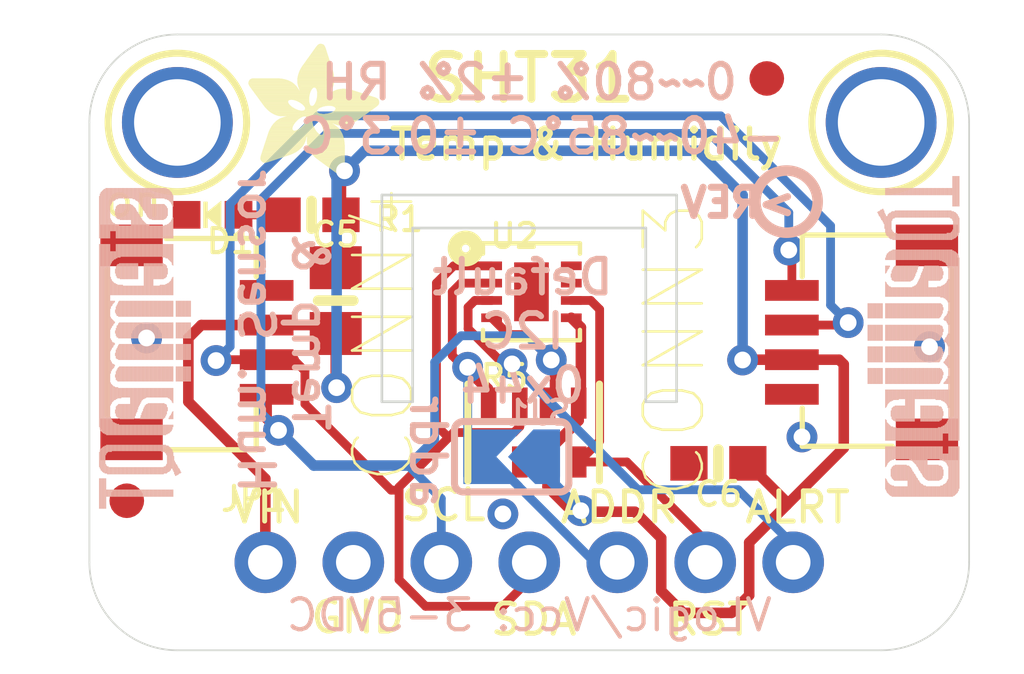
<source format=kicad_pcb>
(kicad_pcb (version 20211014) (generator pcbnew)
  (layers (0 "F.Cu" signal) (31 "B.Cu" signal) (34 "B.Paste" user) (35 "F.Paste" user) (36 "B.SilkS" user "B.Silkscreen") (37 "F.SilkS" user "F.Silkscreen") (38 "B.Mask" user) (39 "F.Mask" user) (44 "Edge.Cuts" user))
  (net 0 "")
  (net 1 "SDA")
  (net 2 "SCL")
  (net 3 "GND")
  (net 4 "VCC")
  (net 5 "N$1")
  (net 6 "~{RESET}")
  (net 7 "ALERT")
  (net 8 "ADDR")
  (footprint "boardEagle:FIDUCIAL_1MM" (layer "F.Cu") (at 155.3591 97.3836)
    (fp_text reference "FID4" hide)
    (fp_text value "FIDUCIAL_1MM" hide)
    (pad "1" smd roundrect (at 0 0) (size 1 1) (layers "F.Cu" "F.Mask") (roundrect_rratio 0.5))
  )
  (footprint "boardEagle:0603-NO" (layer "F.Cu") (at 142.2146 101.3206)
    (fp_text reference "R1" (at 1.778 0.127) (layer "F.SilkS") (effects (font (size 0.692831 0.692831) (thickness 0.119969)) (justify left)))
    (fp_text value "10K")
    (pad "1" smd rect (at -0.85 0) (size 1.075 1) (layers "F.Cu" "F.Paste" "F.Mask") (net 5 "N$1"))
    (pad "2" smd rect (at 0.85 0) (size 1.075 1) (layers "F.Cu" "F.Paste" "F.Mask") (net 4 "VCC"))
  )
  (footprint "boardEagle:ADAFRUIT_3.5MM" (layer "F.Cu") (at 140.3731 100.1776)
    (fp_text reference "U$28" hide)
    (fp_text value "" hide)
  )
  (footprint "" (layer "F.Cu") (at 158.6611 111.3536)
    (fp_text reference "@HOLE1" hide)
    (fp_text value "" (at 0 0) (layer "F.SilkS") (effects (font (size 1.27 1.27))))
    (pad "" np_thru_hole circle (at 0 0) (size 2.54 2.54) (drill 2.54) (layers *.Cu *.Mask))
  )
  (footprint "boardEagle:MOUNTINGHOLE_2.5_PLATED" (layer "F.Cu") (at 138.3411 98.6536)
    (fp_text reference "U$19" hide)
    (fp_text value "MOUNTINGHOLE2.5" hide)
    (pad "P$1" thru_hole circle (at 0 0) (size 3.2 3.2) (drill 2.5) (layers *.Cu *.Mask))
  )
  (footprint "boardEagle:JST_SH4" (layer "F.Cu") (at 158.5976 105.0036 90)
    (fp_text reference "CONN3" (at -4.6 -5.9 90) (layer "F.SilkS") (effects (font (size 1.703222 1.703222) (thickness 0.074778)) (justify left)))
    (fp_text value "STEMMA_I2C_QT" hide)
    (pad "1" smd rect (at -1.5 -2.514 180) (size 1.55 0.6) (layers "F.Cu" "F.Paste" "F.Mask") (net 3 "GND"))
    (pad "2" smd rect (at -0.5 -2.514 180) (size 1.55 0.6) (layers "F.Cu" "F.Paste" "F.Mask") (net 4 "VCC"))
    (pad "3" smd rect (at 0.5 -2.514 180) (size 1.55 0.6) (layers "F.Cu" "F.Paste" "F.Mask") (net 1 "SDA"))
    (pad "4" smd rect (at 1.5 -2.514 180) (size 1.55 0.6) (layers "F.Cu" "F.Paste" "F.Mask") (net 2 "SCL"))
    (pad "MT1" smd rect (at -2.8 1.386 180) (size 1.8 1.2) (layers "F.Cu" "F.Paste" "F.Mask") (net 3 "GND"))
    (pad "MT2" smd rect (at 2.8 1.386 180) (size 1.8 1.2) (layers "F.Cu" "F.Paste" "F.Mask") (net 3 "GND"))
  )
  (footprint "boardEagle:RESPACK_4X0603" (layer "F.Cu") (at 148.6281 107.6071)
    (fp_text reference "R5" (at -1.6 -1.6) (layer "F.SilkS") (effects (font (size 0.692831 0.692831) (thickness 0.119969)) (justify left)))
    (fp_text value "10K")
    (pad "1" smd rect (at -1.3 0.85) (size 0.45 0.9) (layers "F.Cu" "F.Paste" "F.Mask") (net 3 "GND"))
    (pad "2" smd rect (at -0.4 0.85) (size 0.45 0.9) (layers "F.Cu" "F.Paste" "F.Mask") (net 4 "VCC"))
    (pad "3" smd rect (at 0.4 0.85) (size 0.45 0.9) (layers "F.Cu" "F.Paste" "F.Mask") (net 4 "VCC"))
    (pad "4" smd rect (at 1.3 0.85) (size 0.45 0.9) (layers "F.Cu" "F.Paste" "F.Mask") (net 6 "~{RESET}"))
    (pad "5" smd rect (at 1.3 -0.85) (size 0.45 0.9) (layers "F.Cu" "F.Paste" "F.Mask") (net 4 "VCC"))
    (pad "6" smd rect (at 0.4 -0.85) (size 0.45 0.9) (layers "F.Cu" "F.Paste" "F.Mask") (net 2 "SCL"))
    (pad "7" smd rect (at -0.4 -0.85) (size 0.45 0.9) (layers "F.Cu" "F.Paste" "F.Mask") (net 1 "SDA"))
    (pad "8" smd rect (at -1.3 -0.85) (size 0.45 0.9) (layers "F.Cu" "F.Paste" "F.Mask") (net 8 "ADDR"))
  )
  (footprint "boardEagle:SHT3X" (layer "F.Cu") (at 148.5646 103.5431)
    (fp_text reference "U2" (at -1.265 -1.61) (layer "F.SilkS") (effects (font (size 0.692831 0.692831) (thickness 0.119969)) (justify left)))
    (fp_text value "")
    (pad "1" smd rect (at -1.15 -0.75 90) (size 0.25 0.6) (layers "F.Cu" "F.Paste" "F.Mask") (net 1 "SDA"))
    (pad "2" smd rect (at -1.15 -0.25 90) (size 0.25 0.6) (layers "F.Cu" "F.Paste" "F.Mask") (net 8 "ADDR"))
    (pad "3" smd rect (at -1.15 0.25 90) (size 0.25 0.6) (layers "F.Cu" "F.Paste" "F.Mask") (net 7 "ALERT"))
    (pad "4" smd rect (at -1.15 0.75 90) (size 0.25 0.6) (layers "F.Cu" "F.Paste" "F.Mask") (net 2 "SCL"))
    (pad "5" smd rect (at 1.15 0.75 270) (size 0.25 0.6) (layers "F.Cu" "F.Paste" "F.Mask") (net 4 "VCC"))
    (pad "6" smd rect (at 1.15 0.25 270) (size 0.25 0.6) (layers "F.Cu" "F.Paste" "F.Mask") (net 6 "~{RESET}"))
    (pad "7" smd rect (at 1.15 -0.25 270) (size 0.25 0.6) (layers "F.Cu" "F.Paste" "F.Mask") (net 3 "GND"))
    (pad "8" smd rect (at 1.15 -0.75 270) (size 0.25 0.6) (layers "F.Cu" "F.Paste" "F.Mask") (net 3 "GND"))
    (pad "THERMAL" smd rect (at 0 0) (size 1 1.7) (layers "F.Cu" "F.Paste" "F.Mask") (net 3 "GND"))
  )
  (footprint "" (layer "F.Cu") (at 138.3411 111.3536)
    (fp_text reference "@HOLE0" hide)
    (fp_text value "" (at 0 0) (layer "F.SilkS") (effects (font (size 1.27 1.27))))
    (pad "" np_thru_hole circle (at 0 0) (size 2.54 2.54) (drill 2.54) (layers *.Cu *.Mask))
  )
  (footprint "boardEagle:FIDUCIAL_1MM" (layer "F.Cu") (at 136.8806 109.5756)
    (fp_text reference "FID3" hide)
    (fp_text value "FIDUCIAL_1MM" hide)
    (pad "1" smd roundrect (at 0 0) (size 1 1) (layers "F.Cu" "F.Mask") (roundrect_rratio 0.5))
  )
  (footprint "boardEagle:0805-NO" (layer "F.Cu") (at 142.9131 103.7971 90)
    (fp_text reference "C5" (at 1.905 -0.762) (layer "F.SilkS") (effects (font (size 0.692831 0.692831) (thickness 0.119969)) (justify left)))
    (fp_text value "10uF")
    (pad "1" smd rect (at -0.95 0 90) (size 1.24 1.5) (layers "F.Cu" "F.Paste" "F.Mask") (net 4 "VCC"))
    (pad "2" smd rect (at 0.95 0 90) (size 1.24 1.5) (layers "F.Cu" "F.Paste" "F.Mask") (net 3 "GND"))
  )
  (footprint "boardEagle:0603-NO" (layer "F.Cu") (at 153.9621 108.4961 180)
    (fp_text reference "C6" (at -0.762 -0.889) (layer "F.SilkS") (effects (font (size 0.692831 0.692831) (thickness 0.119969)) (justify right)))
    (fp_text value "0.1uF")
    (pad "1" smd rect (at -0.85 0 180) (size 1.075 1) (layers "F.Cu" "F.Paste" "F.Mask") (net 4 "VCC"))
    (pad "2" smd rect (at 0.85 0 180) (size 1.075 1) (layers "F.Cu" "F.Paste" "F.Mask") (net 3 "GND"))
  )
  (footprint "boardEagle:JST_SH4" (layer "F.Cu") (at 138.4046 105.0036 -90)
    (fp_text reference "CONN4" (at -4.6 -5.9 90) (layer "F.SilkS") (effects (font (size 1.703222 1.703222) (thickness 0.074778)) (justify right)))
    (fp_text value "STEMMA_I2C_QT" hide)
    (pad "1" smd rect (at -1.5 -2.514) (size 1.55 0.6) (layers "F.Cu" "F.Paste" "F.Mask") (net 3 "GND"))
    (pad "2" smd rect (at -0.5 -2.514) (size 1.55 0.6) (layers "F.Cu" "F.Paste" "F.Mask") (net 4 "VCC"))
    (pad "3" smd rect (at 0.5 -2.514) (size 1.55 0.6) (layers "F.Cu" "F.Paste" "F.Mask") (net 1 "SDA"))
    (pad "4" smd rect (at 1.5 -2.514) (size 1.55 0.6) (layers "F.Cu" "F.Paste" "F.Mask") (net 2 "SCL"))
    (pad "MT1" smd rect (at -2.8 1.386) (size 1.8 1.2) (layers "F.Cu" "F.Paste" "F.Mask") (net 3 "GND"))
    (pad "MT2" smd rect (at 2.8 1.386) (size 1.8 1.2) (layers "F.Cu" "F.Paste" "F.Mask") (net 3 "GND"))
  )
  (footprint "boardEagle:CHIPLED_0603_NOOUTLINE" (layer "F.Cu") (at 139.3571 101.3206 90)
    (fp_text reference "D1" (at -0.762 1.27) (layer "F.SilkS") (effects (font (size 0.692831 0.692831) (thickness 0.119969)) (justify right)))
    (fp_text value "GREEN")
    (pad "A" smd rect (at 0 0.75 90) (size 0.8 0.8) (layers "F.Cu" "F.Paste" "F.Mask") (net 5 "N$1"))
    (pad "C" smd rect (at 0 -0.75 90) (size 0.8 0.8) (layers "F.Cu" "F.Paste" "F.Mask") (net 3 "GND"))
  )
  (footprint "boardEagle:MOUNTINGHOLE_2.5_PLATED" (layer "F.Cu") (at 158.6611 98.6536)
    (fp_text reference "U$20" hide)
    (fp_text value "MOUNTINGHOLE2.5" hide)
    (pad "P$1" thru_hole circle (at 0 0) (size 3.2 3.2) (drill 2.5) (layers *.Cu *.Mask))
  )
  (footprint "boardEagle:1X07_ROUND_70" (layer "F.Cu") (at 148.5011 111.3536)
    (fp_text reference "JP1" (at -8.9662 -1.8288) (layer "F.SilkS") (effects (font (size 0.692831 0.692831) (thickness 0.119969)) (justify left)))
    (fp_text value "")
    (pad "1" thru_hole circle (at -7.62 0 90) (size 1.778 1.778) (drill 1) (layers *.Cu *.Mask) (net 4 "VCC"))
    (pad "2" thru_hole circle (at -5.08 0 90) (size 1.778 1.778) (drill 1) (layers *.Cu *.Mask) (net 3 "GND"))
    (pad "3" thru_hole circle (at -2.54 0 90) (size 1.778 1.778) (drill 1) (layers *.Cu *.Mask) (net 2 "SCL"))
    (pad "4" thru_hole circle (at 0 0 90) (size 1.778 1.778) (drill 1) (layers *.Cu *.Mask) (net 1 "SDA"))
    (pad "5" thru_hole circle (at 2.54 0 90) (size 1.778 1.778) (drill 1) (layers *.Cu *.Mask) (net 8 "ADDR"))
    (pad "6" thru_hole circle (at 5.08 0 90) (size 1.778 1.778) (drill 1) (layers *.Cu *.Mask) (net 6 "~{RESET}"))
    (pad "7" thru_hole circle (at 7.62 0 90) (size 1.778 1.778) (drill 1) (layers *.Cu *.Mask) (net 7 "ALERT"))
  )
  (footprint "boardEagle:STEMMAQT" (layer "B.Cu") (at 158.2801 109.4486 90)
    (fp_text reference "U$30" hide)
    (fp_text value "" hide)
  )
  (footprint "boardEagle:PCBFEAT-REV-040" (layer "B.Cu") (at 155.9306 100.9396 180)
    (fp_text reference "U$29" hide)
    (fp_text value "" hide)
    (fp_text user ">REV" (at -0.3556 -0.508) (layer "B.SilkS") (effects (font (size 0.8128 0.8128) (thickness 0.2032)) (justify left bottom mirror)))
  )
  (footprint "boardEagle:SOLDERJUMPER_ARROW_NOPASTE" (layer "B.Cu") (at 147.9931 108.3056 180)
    (fp_text reference "SJ1" (at -1.778 1.27) (layer "B.SilkS") (effects (font (size 0.692831 0.692831) (thickness 0.119969)) (justify left mirror)))
    (fp_text value "")
    (fp_poly (pts (xy 0.106121 -0.002663) (xy -0.679416 -0.7882) (xy -1.3946 -0.7882) (xy -1.3946 0.7882) (xy -0.62715 0.7882)) (layer "B.Cu") (width 0) (fill solid))
    (fp_poly (pts (xy 1.3946 -0.7882) (xy -0.315893 -0.7882) (xy 0.443148 0) (xy -0.315893 0.7882) (xy 1.3946 0.7882)) (layer "B.Cu") (width 0) (fill solid))
    (pad "1" smd roundrect (at -1.016 0 180) (size 0.762 1.524) (layers "B.Cu") (net 4 "VCC"))
    (pad "2" smd roundrect (at 1.016 0 180) (size 0.762 1.524) (layers "B.Cu") (net 8 "ADDR"))
  )
  (footprint "boardEagle:STEMMAQT" (layer "B.Cu") (at 138.7221 100.5586 -90)
    (fp_text reference "U$31" hide)
    (fp_text value "" hide)
  )
  (gr_line (start 145.1356 106.7181) (end 144.2466 106.7181) (layer "Edge.Cuts") (width 0.0762))
  (gr_arc (start 138.3411 113.8936) (mid 136.545049 113.149651) (end 135.8011 111.3536) (layer "Edge.Cuts") (width 0.05))
  (gr_arc (start 135.8011 98.6536) (mid 136.545049 96.857549) (end 138.3411 96.1136) (layer "Edge.Cuts") (width 0.05))
  (gr_line (start 145.1356 101.7016) (end 145.1356 106.7181) (layer "Edge.Cuts") (width 0.0762))
  (gr_line (start 144.2466 106.7181) (end 144.2466 100.7491) (layer "Edge.Cuts") (width 0.0762))
  (gr_line (start 161.2011 111.3536) (end 161.2011 98.6536) (layer "Edge.Cuts") (width 0.05))
  (gr_line (start 135.8011 98.6536) (end 135.8011 111.3536) (layer "Edge.Cuts") (width 0.05))
  (gr_arc (start 158.6611 96.1136) (mid 160.457151 96.857549) (end 161.2011 98.6536) (layer "Edge.Cuts") (width 0.05))
  (gr_arc (start 161.2011 111.3536) (mid 160.457151 113.149651) (end 158.6611 113.8936) (layer "Edge.Cuts") (width 0.05))
  (gr_line (start 152.7556 100.7491) (end 152.7556 106.7181) (layer "Edge.Cuts") (width 0.0762))
  (gr_line (start 144.2466 100.7491) (end 152.7556 100.7491) (layer "Edge.Cuts") (width 0.0762))
  (gr_line (start 138.3411 113.8936) (end 158.6611 113.8936) (layer "Edge.Cuts") (width 0.05))
  (gr_line (start 151.8666 106.7181) (end 151.8666 101.7016) (layer "Edge.Cuts") (width 0.0762))
  (gr_line (start 151.8666 101.7016) (end 145.1356 101.7016) (layer "Edge.Cuts") (width 0.0762))
  (gr_line (start 152.7556 106.7181) (end 151.8666 106.7181) (layer "Edge.Cuts") (width 0.0762))
  (gr_line (start 158.6611 96.1136) (end 138.3411 96.1136) (layer "Edge.Cuts") (width 0.05))
  (gr_text "Temp &\nHum. Sensor" (at 141.3891 104.6861 -90) (layer "B.SilkS") (effects (font (size 0.97155 0.97155) (thickness 0.17145)) (justify mirror)))
  (gr_text "VLogic/Vcc: 3-5VDC" (at 148.5011 112.8776) (layer "B.SilkS") (effects (font (size 0.89408 0.89408) (thickness 0.12192)) (justify mirror)))
  (gr_text "0~~80% ±2% RH\n-40~~85°C ±0.3°C " (at 148.5011 98.2726) (layer "B.SilkS") (effects (font (size 0.97155 0.97155) (thickness 0.17145)) (justify mirror)))
  (gr_text "Default\nI2C\n0x44" (at 148.3106 104.6861) (layer "B.SilkS") (effects (font (size 0.97155 0.97155) (thickness 0.17145)) (justify mirror)))
  (gr_text "addr" (at 145.5801 108.1786 -90) (layer "B.SilkS") (effects (font (size 0.97155 0.97155) (thickness 0.17145)) (justify mirror)))
  (gr_text "ADDR" (at 151.1046 109.7661) (layer "F.SilkS") (effects (font (size 0.87376 0.87376) (thickness 0.14224))))
  (gr_text "VIN" (at 140.9446 109.7661) (layer "F.SilkS") (effects (font (size 0.87376 0.87376) (thickness 0.14224))))
  (gr_text "SDA" (at 148.6281 113.0046) (layer "F.SilkS") (effects (font (size 0.87376 0.87376) (thickness 0.14224))))
  (gr_text "RST" (at 153.7081 113.0046) (layer "F.SilkS") (effects (font (size 0.87376 0.87376) (thickness 0.14224))))
  (gr_text "SHT31" (at 148.5011 97.3836) (layer "F.SilkS") (effects (font (size 1.2954 1.2954) (thickness 0.2286))))
  (gr_text "on" (at 136.1821 101.4476) (layer "F.SilkS") (effects (font (size 0.89408 0.89408) (thickness 0.12192)) (justify left bottom)))
  (gr_text "GND" (at 143.5481 112.9411) (layer "F.SilkS") (effects (font (size 0.87376 0.87376) (thickness 0.14224))))
  (gr_text "SCL" (at 146.0246 109.7026) (layer "F.SilkS") (effects (font (size 0.87376 0.87376) (thickness 0.14224))))
  (gr_text "ALRT" (at 156.2481 109.7661) (layer "F.SilkS") (effects (font (size 0.87376 0.87376) (thickness 0.14224))))
  (gr_text "Temp & Humidity" (at 150.1521 99.2886) (layer "F.SilkS") (effects (font (size 0.8636 0.8636) (thickness 0.1524))))
  (segment (start 141.6986 105.5036) (end 140.9186 105.5036) (width 0.3048) (layer "F.Cu") (net 1))
  (segment (start 140.9186 105.5036) (end 139.483112 105.5036) (width 0.254) (layer "F.Cu") (net 1))
  (segment (start 146.3167 107.6071) (end 148.0566 107.6071) (width 0.254) (layer "F.Cu") (net 1))
  (segment (start 144.5133 109.2708) (end 142.0241 106.7816) (width 0.254) (layer "F.Cu") (net 1))
  (segment (start 147.7391 112.6236) (end 148.5011 111.8616) (width 0.254) (layer "F.Cu") (net 1))
  (segment (start 146.318518 102.7931) (end 145.8214 103.290219) (width 0.254) (layer "F.Cu") (net 1))
  (segment (start 147.4146 102.7931) (end 146.318518 102.7931) (width 0.254) (layer "F.Cu") (net 1))
  (segment (start 144.7419 109.2708) (end 144.7419 109.1819) (width 0.254) (layer "F.Cu") (net 1))
  (segment (start 145.8214 107.4039) (end 146.1516 107.7341) (width 0.254) (layer "F.Cu") (net 1))
  (segment (start 148.0566 107.6071) (end 148.2281 107.4356) (width 0.254) (layer "F.Cu") (net 1))
  (segment (start 144.7419 109.2708) (end 144.7419 111.858613) (width 0.254) (layer "F.Cu") (net 1))
  (segment (start 144.7419 109.1819) (end 146.1897 107.7341) (width 0.254) (layer "F.Cu") (net 1))
  (segment (start 157.6371 104.5036) (end 156.0836 104.5036) (width 0.254) (layer "F.Cu") (net 1))
  (segment (start 142.0241 106.7816) (end 142.0241 105.8291) (width 0.254) (layer "F.Cu") (net 1))
  (segment (start 148.5011 111.8616) (end 148.5011 111.3536) (width 0.254) (layer "F.Cu") (net 1))
  (segment (start 142.0241 105.8291) (end 141.6986 105.5036) (width 0.254) (layer "F.Cu") (net 1))
  (segment (start 157.7086 104.4321) (end 157.6371 104.5036) (width 0.254) (layer "F.Cu") (net 1))
  (segment (start 146.1516 107.7341) (end 146.1897 107.7341) (width 0.254) (layer "F.Cu") (net 1))
  (segment (start 148.2281 107.4356) (end 148.2281 106.7571) (width 0.254) (layer "F.Cu") (net 1))
  (segment (start 139.483112 105.5036) (end 139.4587 105.528013) (width 0.254) (layer "F.Cu") (net 1))
  (segment (start 146.1897 107.7341) (end 146.3167 107.6071) (width 0.254) (layer "F.Cu") (net 1))
  (segment (start 145.8214 103.290219) (end 145.8214 107.4039) (width 0.254) (layer "F.Cu") (net 1))
  (segment (start 145.506887 112.6236) (end 147.7391 112.6236) (width 0.254) (layer "F.Cu") (net 1))
  (segment (start 144.7419 109.2708) (end 144.5133 109.2708) (width 0.254) (layer "F.Cu") (net 1))
  (segment (start 144.7419 111.858613) (end 145.506887 112.6236) (width 0.254) (layer "F.Cu") (net 1))
  (via (at 157.7086 104.4321) (size 0.889) (drill 0.4826) (layers "F.Cu" "B.Cu") (net 1))
  (via (at 139.4587 105.528013) (size 0.889) (drill 0.4826) (layers "F.Cu" "B.Cu") (net 1))
  (segment (start 142.4051 98.4631) (end 154.0256 98.4631) (width 0.254) (layer "B.Cu") (net 1))
  (segment (start 139.4587 105.528013) (end 139.8651 105.121613) (width 0.254) (layer "B.Cu") (net 1))
  (segment (start 139.8651 101.0031) (end 142.4051 98.4631) (width 0.254) (layer "B.Cu") (net 1))
  (segment (start 139.8651 105.121613) (end 139.8651 101.0031) (width 0.254) (layer "B.Cu") (net 1))
  (segment (start 157.2006 103.9241) (end 157.7086 104.4321) (width 0.254) (layer "B.Cu") (net 1))
  (segment (start 157.2006 101.6381) (end 157.2006 103.9241) (width 0.254) (layer "B.Cu") (net 1))
  (segment (start 154.0256 98.4631) (end 157.2006 101.6381) (width 0.254) (layer "B.Cu") (net 1))
  (segment (start 140.9186 106.5036) (end 140.9186 107.2001) (width 0.3048) (layer "F.Cu") (net 2))
  (segment (start 148.40335 104.77885) (end 147.90035 104.77885) (width 0.254) (layer "F.Cu") (net 2))
  (segment (start 147.4146 104.2931) (end 147.90035 104.77885) (width 0.254) (layer "F.Cu") (net 2))
  (segment (start 156.0836 102.4261) (end 155.9941 102.3366) (width 0.254) (layer "F.Cu") (net 2))
  (segment (start 149.2186 105.5941) (end 149.2186 106.5666) (width 0.254) (layer "F.Cu") (net 2))
  (segment (start 149.1361 105.5116) (end 148.40335 104.77885) (width 0.254) (layer "F.Cu") (net 2))
  (segment (start 149.2186 106.5666) (end 149.0281 106.7571) (width 0.254) (layer "F.Cu") (net 2))
  (segment (start 141.2621 107.5436) (end 140.9186 107.2001) (width 0.3048) (layer "F.Cu") (net 2))
  (segment (start 149.1361 105.5116) (end 149.2186 105.5941) (width 0.254) (layer "F.Cu") (net 2))
  (segment (start 156.0836 103.5036) (end 156.0836 102.4261) (width 0.254) (layer "F.Cu") (net 2))
  (via (at 155.9941 102.3366) (size 0.889) (drill 0.4826) (layers "F.Cu" "B.Cu") (net 2))
  (via (at 149.1361 105.5116) (size 0.889) (drill 0.4826) (layers "F.Cu" "B.Cu") (net 2))
  (via (at 141.2621 107.5436) (size 0.889) (drill 0.4826) (layers "F.Cu" "B.Cu") (net 2))
  (segment (start 145.7706 105.5751) (end 145.7706 107.7976) (width 0.254) (layer "B.Cu") (net 2))
  (segment (start 145.9611 109.5121) (end 145.0086 108.5596) (width 0.254) (layer "B.Cu") (net 2))
  (segment (start 141.2621 107.5436) (end 142.2781 108.5596) (width 0.3048) (layer "B.Cu") (net 2))
  (segment (start 140.7541 100.8761) (end 140.7541 107.0356) (width 0.254) (layer "B.Cu") (net 2))
  (segment (start 142.6591 98.9711) (end 140.7541 100.8761) (width 0.254) (layer "B.Cu") (net 2))
  (segment (start 153.7081 98.9711) (end 142.6591 98.9711) (width 0.254) (layer "B.Cu") (net 2))
  (segment (start 149.1361 105.5116) (end 148.4376 104.8131) (width 0.254) (layer "B.Cu") (net 2))
  (segment (start 155.9941 102.3366) (end 155.9941 101.2571) (width 0.254) (layer "B.Cu") (net 2))
  (segment (start 155.9941 101.2571) (end 153.7081 98.9711) (width 0.254) (layer "B.Cu") (net 2))
  (segment (start 145.9611 111.3536) (end 145.9611 109.5121) (width 0.254) (layer "B.Cu") (net 2))
  (segment (start 146.5326 104.8131) (end 145.7706 105.5751) (width 0.254) (layer "B.Cu") (net 2))
  (segment (start 140.7541 107.0356) (end 141.2621 107.5436) (width 0.254) (layer "B.Cu") (net 2))
  (segment (start 145.7706 107.7976) (end 145.0086 108.5596) (width 0.254) (layer "B.Cu") (net 2))
  (segment (start 148.4376 104.8131) (end 146.5326 104.8131) (width 0.254) (layer "B.Cu") (net 2))
  (segment (start 142.2781 108.5596) (end 145.0086 108.5596) (width 0.3048) (layer "B.Cu") (net 2))
  (via (at 160.0581 105.1306) (size 0.889) (drill 0.4826) (layers "F.Cu" "B.Cu") (net 3))
  (via (at 156.3751 107.7341) (size 0.889) (drill 0.4826) (layers "F.Cu" "B.Cu") (net 3))
  (via (at 137.4521 104.8766) (size 0.889) (drill 0.4826) (layers "F.Cu" "B.Cu") (net 3))
  (via (at 147.7391 109.9566) (size 0.889) (drill 0.4826) (layers "F.Cu" "B.Cu") (net 3))
  (segment (start 138.6586 106.7181) (end 140.8811 108.9406) (width 0.3048) (layer "F.Cu") (net 4))
  (segment (start 154.3431 112.8141) (end 154.8511 112.3061) (width 0.3048) (layer "F.Cu") (net 4))
  (segment (start 152.3111 112.1791) (end 152.9461 112.8141) (width 0.3048) (layer "F.Cu") (net 4))
  (segment (start 149.7456 109.8931) (end 150.1521 109.8931) (width 0.3048) (layer "F.Cu") (net 4))
  (segment (start 151.5491 109.8931) (end 152.3111 110.6551) (width 0.3048) (layer "F.Cu") (net 4))
  (segment (start 154.6686 105.5036) (end 154.6606 105.5116) (width 0.3048) (layer "F.Cu") (net 4))
  (segment (start 152.9461 112.8141) (end 154.3431 112.8141) (width 0.3048) (layer "F.Cu") (net 4))
  (segment (start 155.9306 109.6146) (end 155.9306 109.7026) (width 0.3048) (layer "F.Cu") (net 4))
  (segment (start 157.5816 108.0516) (end 157.5816 105.6386) (width 0.3048) (layer "F.Cu") (net 4))
  (segment (start 155.9306 109.7026) (end 157.5816 108.0516) (width 0.3048) (layer "F.Cu") (net 4))
  (segment (start 142.9131 106.285088) (end 142.939106 106.311094) (width 0.3048) (layer "F.Cu") (net 4))
  (segment (start 143.0646 101.3206) (end 143.0646 100.1531) (width 0.3048) (layer "F.Cu") (net 4))
  (segment (start 150.1521 109.8931) (end 151.5491 109.8931) (width 0.3048) (layer "F.Cu") (net 4))
  (segment (start 142.6696 104.5036) (end 140.9186 104.5036) (width 0.3048) (layer "F.Cu") (net 4))
  (segment (start 152.3111 110.6551) (end 152.3111 112.1791) (width 0.3048) (layer "F.Cu") (net 4))
  (segment (start 154.8121 108.4961) (end 155.9306 109.6146) (width 0.3048) (layer "F.Cu") (net 4))
  (segment (start 140.9186 104.5036) (end 139.0316 104.5036) (width 0.3048) (layer "F.Cu") (net 4))
  (segment (start 149.9281 107.2596) (end 149.9281 106.7571) (width 0.3048) (layer "F.Cu") (net 4))
  (segment (start 154.8511 110.7821) (end 155.9306 109.7026) (width 0.3048) (layer "F.Cu") (net 4))
  (segment (start 142.6696 104.5036) (end 142.9131 104.7471) (width 0.3048) (layer "F.Cu") (net 4))
  (segment (start 149.0281 109.1756) (end 149.0281 108.4571) (width 0.3048) (layer "F.Cu") (net 4))
  (segment (start 142.9131 104.7471) (end 142.9131 106.285088) (width 0.3048) (layer "F.Cu") (net 4))
  (segment (start 154.8511 112.3061) (end 154.8511 110.7821) (width 0.3048) (layer "F.Cu") (net 4))
  (segment (start 149.0281 108.4571) (end 148.2281 108.4571) (width 0.3048) (layer "F.Cu") (net 4))
  (segment (start 150.122703 109.863704) (end 150.1521 109.8931) (width 0.3048) (layer "F.Cu") (net 4))
  (segment (start 149.9916 106.6936) (end 149.9281 106.7571) (width 0.3048) (layer "F.Cu") (net 4))
  (segment (start 143.0646 100.1531) (end 143.1671 100.0506) (width 0.3048) (layer "F.Cu") (net 4))
  (segment (start 149.0281 108.4571) (end 149.0281 108.1596) (width 0.3048) (layer "F.Cu") (net 4))
  (segment (start 140.8811 108.9406) (end 140.8811 111.3536) (width 0.3048) (layer "F.Cu") (net 4))
  (segment (start 149.7146 104.2931) (end 149.9916 104.5701) (width 0.3048) (layer "F.Cu") (net 4))
  (segment (start 149.990996 109.863704) (end 150.122703 109.863704) (width 0.3048) (layer "F.Cu") (net 4))
  (segment (start 149.0281 109.1756) (end 149.7456 109.8931) (width 0.3048) (layer "F.Cu") (net 4))
  (segment (start 157.4466 105.5036) (end 156.0836 105.5036) (width 0.3048) (layer "F.Cu") (net 4))
  (segment (start 139.0316 104.5036) (end 138.6586 104.8766) (width 0.3048) (layer "F.Cu") (net 4))
  (segment (start 138.6586 104.8766) (end 138.6586 106.7181) (width 0.3048) (layer "F.Cu") (net 4))
  (segment (start 149.9916 104.5701) (end 149.9916 106.6936) (width 0.3048) (layer "F.Cu") (net 4))
  (segment (start 157.5816 105.6386) (end 157.4466 105.5036) (width 0.3048) (layer "F.Cu") (net 4))
  (segment (start 156.0836 105.5036) (end 154.6686 105.5036) (width 0.3048) (layer "F.Cu") (net 4))
  (segment (start 149.0281 108.1596) (end 149.9281 107.2596) (width 0.3048) (layer "F.Cu") (net 4))
  (via (at 143.1671 100.0506) (size 0.889) (drill 0.4826) (layers "F.Cu" "B.Cu") (net 4))
  (via (at 142.939106 106.311094) (size 0.889) (drill 0.4826) (layers "F.Cu" "B.Cu") (net 4))
  (via (at 149.990996 109.863704) (size 0.889) (drill 0.4826) (layers "F.Cu" "B.Cu") (net 4))
  (via (at 154.6606 105.5116) (size 0.889) (drill 0.4826) (layers "F.Cu" "B.Cu") (net 4))
  (segment (start 154.6606 105.5116) (end 154.6606 100.7491) (width 0.3048) (layer "B.Cu") (net 4))
  (segment (start 149.0091 108.3056) (end 149.0091 108.881807) (width 0.3048) (layer "B.Cu") (net 4))
  (segment (start 149.0091 108.881807) (end 149.990996 109.863704) (width 0.3048) (layer "B.Cu") (net 4))
  (segment (start 142.939106 100.278594) (end 143.1671 100.0506) (width 0.3048) (layer "B.Cu") (net 4))
  (segment (start 154.6606 100.7491) (end 153.3826 99.4711) (width 0.3048) (layer "B.Cu") (net 4))
  (segment (start 142.939106 106.311094) (end 142.939106 100.278594) (width 0.3048) (layer "B.Cu") (net 4))
  (segment (start 143.7466 99.4711) (end 153.3826 99.4711) (width 0.3048) (layer "B.Cu") (net 4))
  (segment (start 143.1671 100.0506) (end 143.7466 99.4711) (width 0.3048) (layer "B.Cu") (net 4))
  (segment (start 140.1071 101.3206) (end 141.3646 101.3206) (width 0.254) (layer "F.Cu") (net 5))
  (segment (start 149.9281 108.4571) (end 151.3196 108.4571) (width 0.254) (layer "F.Cu") (net 6))
  (segment (start 150.2751 103.7931) (end 150.5331 104.0511) (width 0.254) (layer "F.Cu") (net 6))
  (segment (start 153.5811 110.7186) (end 151.3196 108.4571) (width 0.254) (layer "F.Cu") (net 6))
  (segment (start 149.7146 103.7931) (end 150.2751 103.7931) (width 0.254) (layer "F.Cu") (net 6))
  (segment (start 150.5331 104.0511) (end 150.5331 107.8521) (width 0.254) (layer "F.Cu") (net 6))
  (segment (start 153.5811 110.7186) (end 153.5811 111.3536) (width 0.254) (layer "F.Cu") (net 6))
  (segment (start 150.5331 107.8521) (end 149.9281 108.4571) (width 0.254) (layer "F.Cu") (net 6))
  (segment (start 146.9303 103.7931) (end 146.7358 103.9876) (width 0.254) (layer "F.Cu") (net 7))
  (segment (start 146.7358 103.9876) (end 146.7358 104.6099) (width 0.254) (layer "F.Cu") (net 7))
  (segment (start 147.4146 103.7931) (end 146.9303 103.7931) (width 0.254) (layer "F.Cu") (net 7))
  (segment (start 147.7518 105.6259) (end 146.7358 104.6099) (width 0.254) (layer "F.Cu") (net 7))
  (segment (start 147.7518 105.6259) (end 148.0058 105.6259) (width 0.254) (layer "F.Cu") (net 7))
  (via (at 148.0058 105.6259) (size 0.889) (drill 0.4826) (layers "F.Cu" "B.Cu") (net 7))
  (segment (start 148.0058 105.6259) (end 151.638 109.2581) (width 0.254) (layer "B.Cu") (net 7))
  (segment (start 151.638 109.2581) (end 154.5336 109.2581) (width 0.254) (layer "B.Cu") (net 7))
  (segment (start 156.1211 110.8456) (end 156.1211 111.3536) (width 0.254) (layer "B.Cu") (net 7))
  (segment (start 154.5336 109.2581) (end 156.1211 110.8456) (width 0.254) (layer "B.Cu") (net 7))
  (segment (start 147.3281 106.4341) (end 147.3281 106.7571) (width 0.254) (layer "F.Cu") (net 8))
  (segment (start 146.2786 105.3846) (end 147.3281 106.4341) (width 0.254) (layer "F.Cu") (net 8))
  (segment (start 147.3281 106.7571) (end 147.3281 106.3279) (width 0.254) (layer "F.Cu") (net 8))
  (segment (start 146.5286 103.2931) (end 146.2786 103.5431) (width 0.254) (layer "F.Cu") (net 8))
  (segment (start 146.2786 103.5431) (end 146.2786 105.3846) (width 0.254) (layer "F.Cu") (net 8))
  (segment (start 147.4146 103.2931) (end 146.5286 103.2931) (width 0.254) (layer "F.Cu") (net 8))
  (segment (start 147.3281 106.3279) (end 146.7231 105.7229) (width 0.254) (layer "F.Cu") (net 8))
  (via (at 146.7231 105.7229) (size 0.889) (drill 0.4826) (layers "F.Cu" "B.Cu") (net 8))
  (segment (start 151.0411 111.3536) (end 150.3853 111.3536) (width 0.254) (layer "B.Cu") (net 8))
  (segment (start 146.9771 108.3056) (end 146.9771 107.9454) (width 0.3048) (layer "B.Cu") (net 8))
  (segment (start 150.3853 111.3536) (end 146.9032 107.8715) (width 0.254) (layer "B.Cu") (net 8))
  (segment (start 146.9771 107.9454) (end 146.9032 107.8715) (width 0.3048) (layer "B.Cu") (net 8))
  (segment (start 146.9032 107.8715) (end 146.7231 107.6914) (width 0.254) (layer "B.Cu") (net 8))
  (segment (start 146.7231 105.7229) (end 146.7231 107.6914) (width 0.254) (layer "B.Cu") (net 8))
)
</source>
